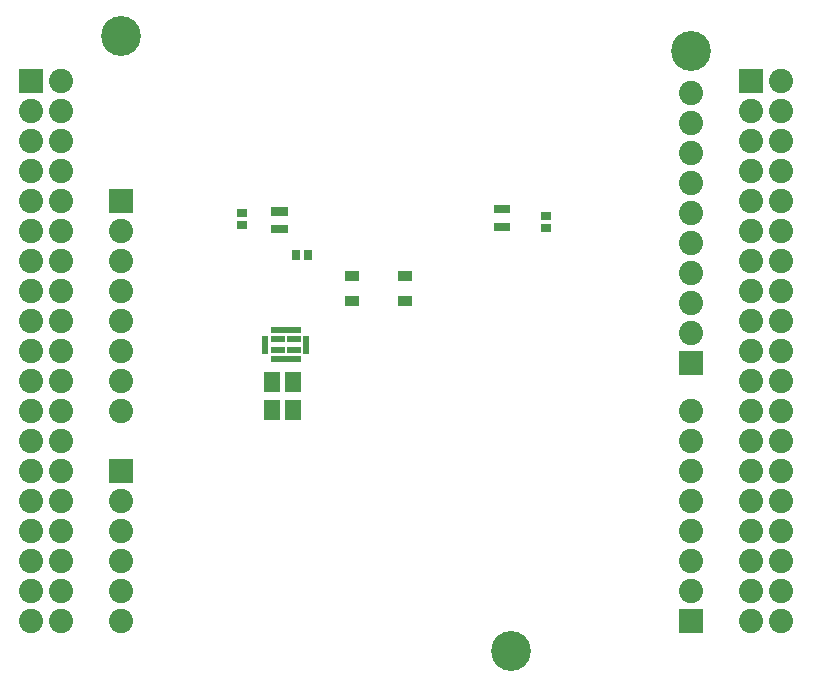
<source format=gts>
G04 EAGLE Gerber RS-274X export*
G75*
%MOMM*%
%FSLAX34Y34*%
%LPD*%
%INSoldermask Top*%
%IPPOS*%
%AMOC8*
5,1,8,0,0,1.08239X$1,22.5*%
G01*
G04 Define Apertures*
%ADD10R,2.053200X2.053200*%
%ADD11C,2.053200*%
%ADD12C,3.378200*%
%ADD13R,1.153200X0.603200*%
%ADD14R,2.503200X0.553200*%
%ADD15R,0.553200X1.503200*%
%ADD16R,1.367800X1.668500*%
%ADD17R,1.203200X0.903200*%
%ADD18R,0.703200X1.453200*%
%ADD19R,1.453200X0.703200*%
%ADD20R,0.847200X0.738300*%
%ADD21R,0.738300X0.847200*%
D10*
X-170700Y284400D03*
D11*
X-170700Y259000D03*
X-170700Y233600D03*
X-170700Y208200D03*
X-170700Y182800D03*
X-170700Y157400D03*
D10*
X-170700Y513000D03*
D11*
X-170700Y487600D03*
X-170700Y462200D03*
X-170700Y436800D03*
X-170700Y411400D03*
X-170700Y386000D03*
X-170700Y360600D03*
X-170700Y335200D03*
D10*
X-246900Y614600D03*
D11*
X-221500Y614600D03*
X-246900Y589200D03*
X-221500Y589200D03*
X-246900Y563800D03*
X-221500Y563800D03*
X-246900Y538400D03*
X-221500Y538400D03*
X-246900Y513000D03*
X-221500Y513000D03*
X-246900Y487600D03*
X-221500Y487600D03*
X-246900Y462200D03*
X-221500Y462200D03*
X-246900Y436800D03*
X-221500Y436800D03*
X-246900Y411400D03*
X-221500Y411400D03*
X-246900Y386000D03*
X-221500Y386000D03*
X-246900Y360600D03*
X-221500Y360600D03*
X-246900Y335200D03*
X-221500Y335200D03*
X-246900Y309800D03*
X-221500Y309800D03*
X-246900Y284400D03*
X-221500Y284400D03*
X-246900Y259000D03*
X-221500Y259000D03*
X-246900Y233600D03*
X-221500Y233600D03*
X-246900Y208200D03*
X-221500Y208200D03*
X-246900Y182800D03*
X-221500Y182800D03*
X-246900Y157400D03*
X-221500Y157400D03*
D10*
X311900Y375840D03*
D11*
X311900Y401240D03*
X311900Y426640D03*
X311900Y452040D03*
X311900Y477440D03*
X311900Y502840D03*
X311900Y528240D03*
X311900Y553640D03*
X311900Y579040D03*
X311900Y604440D03*
X311900Y208200D03*
X311900Y233600D03*
X311900Y259000D03*
X311900Y284400D03*
X311900Y309800D03*
X311900Y335200D03*
D10*
X311900Y157400D03*
D11*
X311900Y182800D03*
D10*
X362700Y614350D03*
D11*
X388100Y614350D03*
X362700Y588950D03*
X388100Y588950D03*
X362700Y563550D03*
X388100Y563550D03*
X362700Y538150D03*
X388100Y538150D03*
X362700Y512750D03*
X388100Y512750D03*
X362700Y487350D03*
X388100Y487350D03*
X362700Y461950D03*
X388100Y461950D03*
X362700Y436550D03*
X388100Y436550D03*
X362700Y411150D03*
X388100Y411150D03*
X362700Y385750D03*
X388100Y385750D03*
X362700Y360350D03*
X388100Y360350D03*
X362700Y334950D03*
X388100Y334950D03*
X362700Y309550D03*
X388100Y309550D03*
X362700Y284150D03*
X388100Y284150D03*
X362700Y258750D03*
X388100Y258750D03*
X362700Y233350D03*
X388100Y233350D03*
X362700Y207950D03*
X388100Y207950D03*
X362700Y182550D03*
X388100Y182550D03*
X362700Y157150D03*
X388100Y157150D03*
D12*
X311900Y640000D03*
X-170700Y652700D03*
X159500Y132000D03*
D13*
X-24850Y395700D03*
X-38350Y395700D03*
X-38350Y386700D03*
X-24850Y386700D03*
D14*
X-31600Y403450D03*
X-31600Y378950D03*
D15*
X-14350Y391200D03*
X-48850Y391200D03*
D16*
X-43154Y335500D03*
X-25646Y335500D03*
X-43154Y359600D03*
X-25646Y359600D03*
D17*
X24200Y449300D03*
X24200Y427800D03*
X69200Y449300D03*
X69200Y427800D03*
D18*
G36*
X-44331Y500348D02*
X-44270Y507379D01*
X-29739Y507252D01*
X-29800Y500221D01*
X-44331Y500348D01*
G37*
G36*
X-44461Y485348D02*
X-44400Y492379D01*
X-29869Y492252D01*
X-29930Y485221D01*
X-44461Y485348D01*
G37*
D19*
X151400Y505800D03*
X151400Y490800D03*
D20*
X-68900Y492225D03*
X-68900Y502375D03*
X188600Y490225D03*
X188600Y500375D03*
D21*
X-23075Y467000D03*
X-12925Y467000D03*
M02*

</source>
